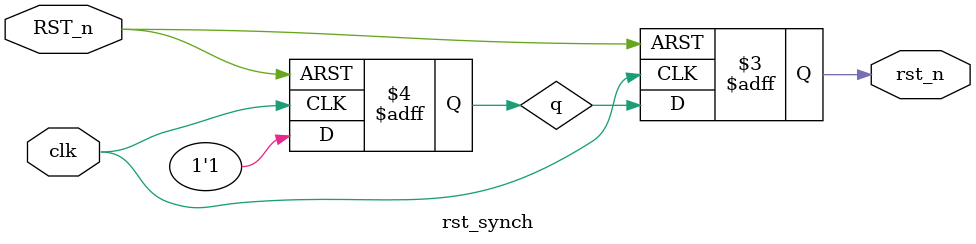
<source format=sv>
module rst_synch(RST_n,clk,rst_n);
input RST_n,clk;
output reg rst_n;

logic q;

always_ff@(negedge clk, negedge RST_n) begin
	if(~RST_n) begin
	rst_n <= 0;
	q <= 0;
	end
	else begin
	 q <= 1'b1;
	 rst_n <= q;
	end
end

endmodule

</source>
